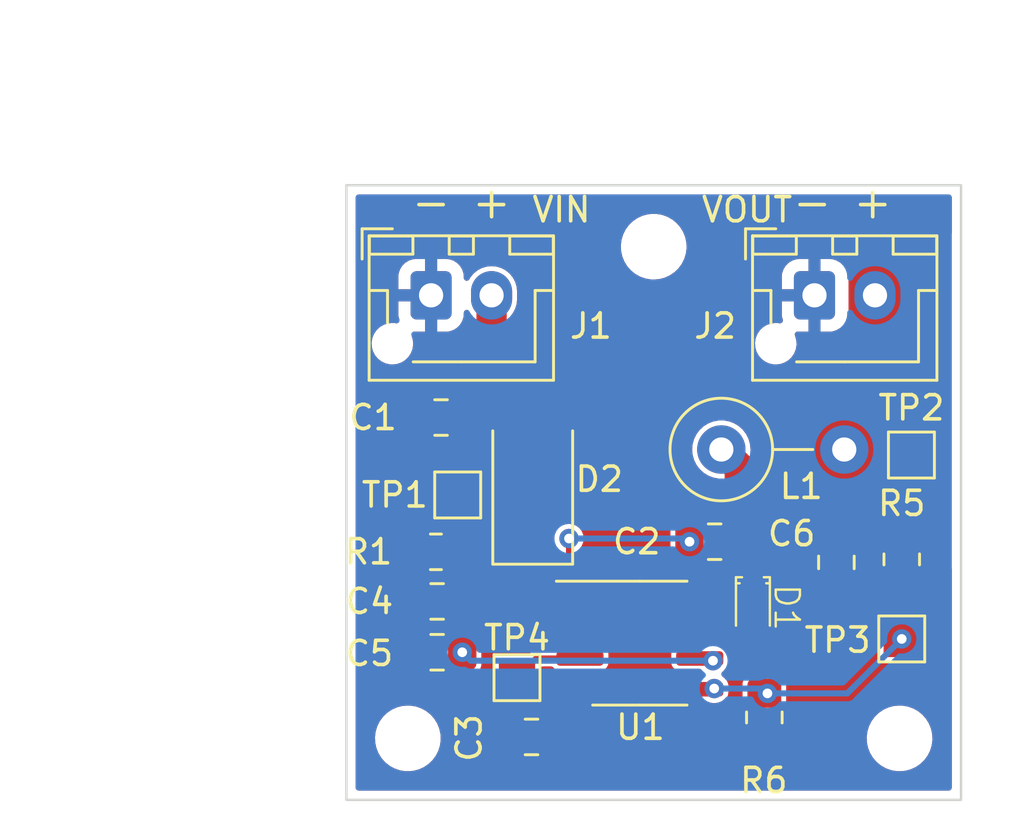
<source format=kicad_pcb>
(kicad_pcb (version 20221018) (generator pcbnew)
  (layers (0 "F.Cu" signal) (31 "B.Cu" signal) (34 "B.Paste" user) (35 "F.Paste" user) (36 "B.SilkS" user "B.Silkscreen") (37 "F.SilkS" user "F.Silkscreen") (38 "B.Mask" user) (39 "F.Mask" user) (44 "Edge.Cuts" user))
  (net 0 "")
  (net 1 "Net-(U1-BOOT)")
  (net 2 "Net-(U1-SS)")
  (net 3 "GND")
  (net 4 "VIN")
  (net 5 "VOUT")
  (net 6 "/Feedback{slash}Vsense")
  (net 7 "Net-(U1-COMP)")
  (net 8 "Net-(D2-K)")
  (net 9 "Net-(C4-Pad2)")
  (net 10 "TPS5_EN")
  (net 11 "PHPin")
  (footprint "Resistor_SMD:R_0805_2012Metric_Pad1.20x1.40mm_HandSolder" (layer "F.Cu") (at 130.7 91.35 180)
    (fp_text reference "R1" (at 2.7875 0 180) (layer "F.SilkS"))
    (fp_text value "5.23k")
    (fp_line (start -0.227064 -0.735) (end 0.227064 -0.735) (stroke (width 0.12)) (layer "F.SilkS"))
    (fp_line (start -0.227064 0.735) (end 0.227064 0.735) (stroke (width 0.12)) (layer "F.SilkS"))
    (pad "1" smd roundrect (at -1 0 180) (size 1.2 1.4) (layers "F.Cu" "F.Paste" "F.Mask") (roundrect_rratio 0.2083333333) (net 9 "Net-(C4-Pad2)"))
    (pad "2" smd roundrect (at 1 0 180) (size 1.2 1.4) (layers "F.Cu" "F.Paste" "F.Mask") (roundrect_rratio 0.2083333333) (net 3 "GND"))
  )
  (footprint "Capacitor_SMD:C_0805_2012Metric_Pad1.18x1.45mm_HandSolder" (layer "F.Cu") (at 134.65 99 180)
    (fp_text reference "C3" (at 2.5805 -0.042 90) (layer "F.SilkS"))
    (fp_text value "0.020u")
    (fp_line (start -0.261252 -0.735) (end 0.261252 -0.735) (stroke (width 0.12)) (layer "F.SilkS"))
    (fp_line (start -0.261252 0.735) (end 0.261252 0.735) (stroke (width 0.12)) (layer "F.SilkS"))
    (pad "1" smd roundrect (at -1.0375 0 180) (size 1.175 1.45) (layers "F.Cu" "F.Paste" "F.Mask") (roundrect_rratio 0.2127659574) (net 2 "Net-(U1-SS)"))
    (pad "2" smd roundrect (at 1.0375 0 180) (size 1.175 1.45) (layers "F.Cu" "F.Paste" "F.Mask") (roundrect_rratio 0.2127659574) (net 3 "GND"))
  )
  (footprint "Capacitor_SMD:C_0805_2012Metric_Pad1.18x1.45mm_HandSolder" (layer "F.Cu") (at 130.9125 85.8 180)
    (fp_text reference "C1" (at 2.8125 0 180) (layer "F.SilkS"))
    (fp_text value "10u")
    (fp_line (start -0.261252 -0.735) (end 0.261252 -0.735) (stroke (width 0.12)) (layer "F.SilkS"))
    (fp_line (start -0.261252 0.735) (end 0.261252 0.735) (stroke (width 0.12)) (layer "F.SilkS"))
    (pad "1" smd roundrect (at -1.0375 0 180) (size 1.175 1.45) (layers "F.Cu" "F.Paste" "F.Mask") (roundrect_rratio 0.2127659574) (net 4 "VIN"))
    (pad "2" smd roundrect (at 1.0375 0 180) (size 1.175 1.45) (layers "F.Cu" "F.Paste" "F.Mask") (roundrect_rratio 0.2127659574) (net 3 "GND"))
  )
  (footprint "TestPoint:TestPoint_Pad_1.5x1.5mm" (layer "F.Cu") (at 131.6 89 180)
    (fp_text reference "TP1" (at 2.6 0) (layer "F.SilkS"))
    (fp_text value "TPVin")
    (fp_line (start -0.95 -0.95) (end 0.95 -0.95) (stroke (width 0.12)) (layer "F.SilkS"))
    (fp_line (start -0.95 0.95) (end -0.95 -0.95) (stroke (width 0.12)) (layer "F.SilkS"))
    (fp_line (start 0.95 -0.95) (end 0.95 0.95) (stroke (width 0.12)) (layer "F.SilkS"))
    (fp_line (start 0.95 0.95) (end -0.95 0.95) (stroke (width 0.12)) (layer "F.SilkS"))
    (pad "1" smd rect (at 0 0 180) (size 1.5 1.5) (layers "F.Cu" "F.Mask") (net 8 "Net-(D2-K)"))
  )
  (footprint "MountingHole:MountingHole_2.2mm_M2" (layer "F.Cu") (at 139.7 78.74)
    (fp_text reference "H1" hide)
    (fp_text value "MountingHole")
    (pad "" np_thru_hole circle (at 0 0) (size 2.2 2.2) (drill 2.2) (layers "*.Cu" "*.Mask"))
  )
  (footprint "Connector_JST:JST_XH_B2B-XH-AM_1x02_P2.50mm_Vertical" (layer "F.Cu") (at 130.5 80.75)
    (fp_text reference "J1" (at 6.604 1.27) (layer "F.SilkS"))
    (fp_text value "Conn_01x02_Pin")
    (fp_line (start -2.85 -2.75) (end -2.85 -1.5) (stroke (width 0.12)) (layer "F.SilkS"))
    (fp_line (start -2.56 -2.46) (end -2.56 3.51) (stroke (width 0.12)) (layer "F.SilkS"))
    (fp_line (start -2.56 3.51) (end 5.06 3.51) (stroke (width 0.12)) (layer "F.SilkS"))
    (fp_line (start -2.55 -2.45) (end -2.55 -1.7) (stroke (width 0.12)) (layer "F.SilkS"))
    (fp_line (start -2.55 -1.7) (end -0.75 -1.7) (stroke (width 0.12)) (layer "F.SilkS"))
    (fp_line (start -2.55 -0.2) (end -1.8 -0.2) (stroke (width 0.12)) (layer "F.SilkS"))
    (fp_line (start -1.8 -0.2) (end -1.8 1.14) (stroke (width 0.12)) (layer "F.SilkS"))
    (fp_line (start -1.6 -2.75) (end -2.85 -2.75) (stroke (width 0.12)) (layer "F.SilkS"))
    (fp_line (start -0.75 -2.45) (end -2.55 -2.45) (stroke (width 0.12)) (layer "F.SilkS"))
    (fp_line (start -0.75 -1.7) (end -0.75 -2.45) (stroke (width 0.12)) (layer "F.SilkS"))
    (fp_line (start 0.75 -2.45) (end 0.75 -1.7) (stroke (width 0.12)) (layer "F.SilkS"))
    (fp_line (start 0.75 -1.7) (end 1.75 -1.7) (stroke (width 0.12)) (layer "F.SilkS"))
    (fp_line (start 1.25 2.75) (end -0.74 2.75) (stroke (width 0.12)) (layer "F.SilkS"))
    (fp_line (start 1.75 -2.45) (end 0.75 -2.45) (stroke (width 0.12)) (layer "F.SilkS"))
    (fp_line (start 1.75 -1.7) (end 1.75 -2.45) (stroke (width 0.12)) (layer "F.SilkS"))
    (fp_line (start 3.25 -2.45) (end 3.25 -1.7) (stroke (width 0.12)) (layer "F.SilkS"))
    (fp_line (start 3.25 -1.7) (end 5.05 -1.7) (stroke (width 0.12)) (layer "F.SilkS"))
    (fp_line (start 4.3 -0.2) (end 4.3 2.75) (stroke (width 0.12)) (layer "F.SilkS"))
    (fp_line (start 4.3 2.75) (end 1.25 2.75) (stroke (width 0.12)) (layer "F.SilkS"))
    (fp_line (start 5.05 -2.45) (end 3.25 -2.45) (stroke (width 0.12)) (layer "F.SilkS"))
    (fp_line (start 5.05 -1.7) (end 5.05 -2.45) (stroke (width 0.12)) (layer "F.SilkS"))
    (fp_line (start 5.05 -0.2) (end 4.3 -0.2) (stroke (width 0.12)) (layer "F.SilkS"))
    (fp_line (start 5.06 -2.46) (end -2.56 -2.46) (stroke (width 0.12)) (layer "F.SilkS"))
    (fp_line (start 5.06 3.51) (end 5.06 -2.46) (stroke (width 0.12)) (layer "F.SilkS"))
    (pad "" np_thru_hole circle (at -1.6 2) (size 1.2 1.2) (drill 1.2) (layers "*.Cu" "*.Mask"))
    (pad "1" thru_hole roundrect (at 0 0) (size 1.7 2) (drill 1) (layers "*.Cu" "*.Mask") (roundrect_rratio 0.1470588235) (net 3 "GND"))
    (pad "2" thru_hole oval (at 2.5 0) (size 1.7 2) (drill 1) (layers "*.Cu" "*.Mask") (net 4 "VIN"))
  )
  (footprint "TestPoint:TestPoint_Pad_1.5x1.5mm" (layer "F.Cu") (at 150.35 87.35)
    (fp_text reference "TP2" (at 0 -1.95) (layer "F.SilkS"))
    (fp_text value "TPVout")
    (fp_line (start -0.95 -0.95) (end 0.95 -0.95) (stroke (width 0.12)) (layer "F.SilkS"))
    (fp_line (start -0.95 0.95) (end -0.95 -0.95) (stroke (width 0.12)) (layer "F.SilkS"))
    (fp_line (start 0.95 -0.95) (end 0.95 0.95) (stroke (width 0.12)) (layer "F.SilkS"))
    (fp_line (start 0.95 0.95) (end -0.95 0.95) (stroke (width 0.12)) (layer "F.SilkS"))
    (pad "1" smd rect (at 0 0) (size 1.5 1.5) (layers "F.Cu" "F.Mask") (net 5 "VOUT"))
  )
  (footprint "MountingHole:MountingHole_2.2mm_M2" (layer "F.Cu") (at 129.54 99.06)
    (fp_text reference "H2" hide)
    (fp_text value "MountingHole")
    (pad "" np_thru_hole circle (at 0 0) (size 2.2 2.2) (drill 2.2) (layers "*.Cu" "*.Mask"))
  )
  (footprint "Capacitor_SMD:C_0805_2012Metric_Pad1.18x1.45mm_HandSolder" (layer "F.Cu") (at 147.25 91.7875 -90)
    (fp_text reference "C6" (at -1.1875 1.85 -180) (layer "F.SilkS"))
    (fp_text value "1.5u")
    (fp_line (start -0.261252 -0.735) (end 0.261252 -0.735) (stroke (width 0.12)) (layer "F.SilkS"))
    (fp_line (start -0.261252 0.735) (end 0.261252 0.735) (stroke (width 0.12)) (layer "F.SilkS"))
    (pad "1" smd roundrect (at -1.0375 0 270) (size 1.175 1.45) (layers "F.Cu" "F.Paste" "F.Mask") (roundrect_rratio 0.2127659574) (net 5 "VOUT"))
    (pad "2" smd roundrect (at 1.0375 0 270) (size 1.175 1.45) (layers "F.Cu" "F.Paste" "F.Mask") (roundrect_rratio 0.2127659574) (net 3 "GND"))
  )
  (footprint "Capacitor_SMD:C_0805_2012Metric_Pad1.18x1.45mm_HandSolder" (layer "F.Cu") (at 142.2185 90.932)
    (fp_text reference "C2" (at -3.2185 0 180) (layer "F.SilkS"))
    (fp_text value "0.1u")
    (fp_line (start -0.261252 -0.735) (end 0.261252 -0.735) (stroke (width 0.12)) (layer "F.SilkS"))
    (fp_line (start -0.261252 0.735) (end 0.261252 0.735) (stroke (width 0.12)) (layer "F.SilkS"))
    (pad "1" smd roundrect (at -1.0375 0) (size 1.175 1.45) (layers "F.Cu" "F.Paste" "F.Mask") (roundrect_rratio 0.2127659574) (net 1 "Net-(U1-BOOT)"))
    (pad "2" smd roundrect (at 1.0375 0) (size 1.175 1.45) (layers "F.Cu" "F.Paste" "F.Mask") (roundrect_rratio 0.2127659574) (net 11 "PHPin"))
  )
  (footprint "Inductor_THT:L_Axial_L9.5mm_D4.0mm_P5.08mm_Vertical_Fastron_SMCC" (layer "F.Cu") (at 142.494 87.122)
    (fp_text reference "L1" (at 3.302 1.524) (layer "F.SilkS"))
    (fp_text value "10u")
    (fp_line (start 2.12 0) (end 3.78 0) (stroke (width 0.12)) (layer "F.SilkS"))
    (fp_circle (center 0 0) (end 2.12 0) (stroke (width 0.12)) (fill none) (layer "F.SilkS"))
    (pad "1" thru_hole circle (at 0 0) (size 2 2) (drill 1) (layers "*.Cu" "*.Mask") (net 11 "PHPin"))
    (pad "2" thru_hole oval (at 5.08 0) (size 2 2) (drill 1) (layers "*.Cu" "*.Mask") (net 5 "VOUT"))
  )
  (footprint "Connector_JST:JST_XH_B2B-XH-AM_1x02_P2.50mm_Vertical" (layer "F.Cu") (at 146.344 80.75)
    (fp_text reference "J2" (at -4.104 1.27) (layer "F.SilkS"))
    (fp_text value "Conn_01x02_Pin")
    (fp_line (start -2.85 -2.75) (end -2.85 -1.5) (stroke (width 0.12)) (layer "F.SilkS"))
    (fp_line (start -2.56 -2.46) (end -2.56 3.51) (stroke (width 0.12)) (layer "F.SilkS"))
    (fp_line (start -2.56 3.51) (end 5.06 3.51) (stroke (width 0.12)) (layer "F.SilkS"))
    (fp_line (start -2.55 -2.45) (end -2.55 -1.7) (stroke (width 0.12)) (layer "F.SilkS"))
    (fp_line (start -2.55 -1.7) (end -0.75 -1.7) (stroke (width 0.12)) (layer "F.SilkS"))
    (fp_line (start -2.55 -0.2) (end -1.8 -0.2) (stroke (width 0.12)) (layer "F.SilkS"))
    (fp_line (start -1.8 -0.2) (end -1.8 1.14) (stroke (width 0.12)) (layer "F.SilkS"))
    (fp_line (start -1.6 -2.75) (end -2.85 -2.75) (stroke (width 0.12)) (layer "F.SilkS"))
    (fp_line (start -0.75 -2.45) (end -2.55 -2.45) (stroke (width 0.12)) (layer "F.SilkS"))
    (fp_line (start -0.75 -1.7) (end -0.75 -2.45) (stroke (width 0.12)) (layer "F.SilkS"))
    (fp_line (start 0.75 -2.45) (end 0.75 -1.7) (stroke (width 0.12)) (layer "F.SilkS"))
    (fp_line (start 0.75 -1.7) (end 1.75 -1.7) (stroke (width 0.12)) (layer "F.SilkS"))
    (fp_line (start 1.25 2.75) (end -0.74 2.75) (stroke (width 0.12)) (layer "F.SilkS"))
    (fp_line (start 1.75 -2.45) (end 0.75 -2.45) (stroke (width 0.12)) (layer "F.SilkS"))
    (fp_line (start 1.75 -1.7) (end 1.75 -2.45) (stroke (width 0.12)) (layer "F.SilkS"))
    (fp_line (start 3.25 -2.45) (end 3.25 -1.7) (stroke (width 0.12)) (layer "F.SilkS"))
    (fp_line (start 3.25 -1.7) (end 5.05 -1.7) (stroke (width 0.12)) (layer "F.SilkS"))
    (fp_line (start 4.3 -0.2) (end 4.3 2.75) (stroke (width 0.12)) (layer "F.SilkS"))
    (fp_line (start 4.3 2.75) (end 1.25 2.75) (stroke (width 0.12)) (layer "F.SilkS"))
    (fp_line (start 5.05 -2.45) (end 3.25 -2.45) (stroke (width 0.12)) (layer "F.SilkS"))
    (fp_line (start 5.05 -1.7) (end 5.05 -2.45) (stroke (width 0.12)) (layer "F.SilkS"))
    (fp_line (start 5.05 -0.2) (end 4.3 -0.2) (stroke (width 0.12)) (layer "F.SilkS"))
    (fp_line (start 5.06 -2.46) (end -2.56 -2.46) (stroke (width 0.12)) (layer "F.SilkS"))
    (fp_line (start 5.06 3.51) (end 5.06 -2.46) (stroke (width 0.12)) (layer "F.SilkS"))
    (pad "" np_thru_hole circle (at -1.6 2) (size 1.2 1.2) (drill 1.2) (layers "*.Cu" "*.Mask"))
    (pad "1" thru_hole roundrect (at 0 0) (size 1.7 2) (drill 1) (layers "*.Cu" "*.Mask") (roundrect_rratio 0.1470588235) (net 3 "GND"))
    (pad "2" thru_hole oval (at 2.5 0) (size 1.7 2) (drill 1) (layers "*.Cu" "*.Mask") (net 5 "VOUT"))
  )
  (footprint "ToshibaUS2H:US2H" (layer "F.Cu") (at 143.8 93.65 -90)
    (fp_text reference "D1" (at 0 -1.4 -90 unlocked) (layer "F.SilkS") (effects (font (thickness 0.1))))
    (fp_text value "D_Schottky")
    (fp_line (start -1.25 -0.7) (end -1.25 -0.45) (stroke (width 0.1)) (layer "F.SilkS"))
    (fp_line (start -1.25 0.7) (end -1.25 0.45) (stroke (width 0.1)) (layer "F.SilkS"))
    (fp_line (start -1 -0.55) (end -1 -0.7) (stroke (width 0.1)) (layer "F.SilkS"))
    (fp_line (start -1 0.55) (end -1 0.7) (stroke (width 0.1)) (layer "F.SilkS"))
    (fp_line (start 0.75 -0.7) (end -1.25 -0.7) (stroke (width 0.1)) (layer "F.SilkS"))
    (fp_line (start 0.75 0.7) (end -1.25 0.7) (stroke (width 0.1)) (layer "F.SilkS"))
    (pad "1" smd rect (at -0.75 0) (size 0.8 1.5) (layers "F.Cu" "F.Paste" "F.Mask") (net 11 "PHPin"))
    (pad "2" smd rect (at 0.8 0) (size 0.8 0.4) (layers "F.Cu" "F.Paste" "F.Mask") (net 3 "GND"))
  )
  (footprint "Capacitor_SMD:C_0805_2012Metric_Pad1.18x1.45mm_HandSolder" (layer "F.Cu") (at 130.75 95.5 180)
    (fp_text reference "C5" (at 2.8 -0.05 180) (layer "F.SilkS"))
    (fp_text value "240p")
    (fp_line (start -0.261252 -0.735) (end 0.261252 -0.735) (stroke (width 0.12)) (layer "F.SilkS"))
    (fp_line (start -0.261252 0.735) (end 0.261252 0.735) (stroke (width 0.12)) (layer "F.SilkS"))
    (pad "1" smd roundrect (at -1.0375 0 180) (size 1.175 1.45) (layers "F.Cu" "F.Paste" "F.Mask") (roundrect_rratio 0.2127659574) (net 7 "Net-(U1-COMP)"))
    (pad "2" smd roundrect (at 1.0375 0 180) (size 1.175 1.45) (layers "F.Cu" "F.Paste" "F.Mask") (roundrect_rratio 0.2127659574) (net 3 "GND"))
  )
  (footprint "Resistor_SMD:R_0805_2012Metric" (layer "F.Cu") (at 149.95 91.6625 -90)
    (fp_text reference "R5" (at -2.3125 0 -180) (layer "F.SilkS"))
    (fp_text value "10k")
    (fp_line (start -0.227064 -0.735) (end 0.227064 -0.735) (stroke (width 0.12)) (layer "F.SilkS"))
    (fp_line (start -0.227064 0.735) (end 0.227064 0.735) (stroke (width 0.12)) (layer "F.SilkS"))
    (pad "1" smd roundrect (at -0.9125 0 270) (size 1.025 1.4) (layers "F.Cu" "F.Paste" "F.Mask") (roundrect_rratio 0.243902439) (net 5 "VOUT"))
    (pad "2" smd roundrect (at 0.9125 0 270) (size 1.025 1.4) (layers "F.Cu" "F.Paste" "F.Mask") (roundrect_rratio 0.243902439) (net 6 "/Feedback{slash}Vsense"))
  )
  (footprint "TestPoint:TestPoint_Pad_1.5x1.5mm" (layer "F.Cu") (at 149.95 94.95)
    (fp_text reference "TP3" (at -2.65 0.05) (layer "F.SilkS"))
    (fp_text value "TPVsense")
    (fp_line (start -0.95 -0.95) (end 0.95 -0.95) (stroke (width 0.12)) (layer "F.SilkS"))
    (fp_line (start -0.95 0.95) (end -0.95 -0.95) (stroke (width 0.12)) (layer "F.SilkS"))
    (fp_line (start 0.95 -0.95) (end 0.95 0.95) (stroke (width 0.12)) (layer "F.SilkS"))
    (fp_line (start 0.95 0.95) (end -0.95 0.95) (stroke (width 0.12)) (layer "F.SilkS"))
    (pad "1" smd rect (at 0 0) (size 1.5 1.5) (layers "F.Cu" "F.Mask") (net 6 "/Feedback{slash}Vsense"))
  )
  (footprint "MountingHole:MountingHole_2.2mm_M2" (layer "F.Cu") (at 149.86 99.06)
    (fp_text reference "H3" hide)
    (fp_text value "MountingHole")
    (pad "" np_thru_hole circle (at 0 0) (size 2.2 2.2) (drill 2.2) (layers "*.Cu" "*.Mask"))
  )
  (footprint "Capacitor_SMD:C_0805_2012Metric_Pad1.18x1.45mm_HandSolder" (layer "F.Cu") (at 130.75 93.4 180)
    (fp_text reference "C4" (at 2.8 0 180) (layer "F.SilkS"))
    (fp_text value "820p")
    (fp_line (start -0.261252 -0.735) (end 0.261252 -0.735) (stroke (width 0.12)) (layer "F.SilkS"))
    (fp_line (start -0.261252 0.735) (end 0.261252 0.735) (stroke (width 0.12)) (layer "F.SilkS"))
    (pad "1" smd roundrect (at -1.0375 0 180) (size 1.175 1.45) (layers "F.Cu" "F.Paste" "F.Mask") (roundrect_rratio 0.2127659574) (net 7 "Net-(U1-COMP)"))
    (pad "2" smd roundrect (at 1.0375 0 180) (size 1.175 1.45) (layers "F.Cu" "F.Paste" "F.Mask") (roundrect_rratio 0.2127659574) (net 9 "Net-(C4-Pad2)"))
  )
  (footprint "Package_SO:SOIC-8_3.9x4.9mm_P1.27mm" (layer "F.Cu") (at 139.127 95.123)
    (fp_text reference "U1" (at 0.023 3.477) (layer "F.SilkS"))
    (fp_text value "TPS54233")
    (fp_line (start 0 -2.56) (end -3.45 -2.56) (stroke (width 0.12)) (layer "F.SilkS"))
    (fp_line (start 0 -2.56) (end 1.95 -2.56) (stroke (width 0.12)) (layer "F.SilkS"))
    (fp_line (start 0 2.56) (end -1.95 2.56) (stroke (width 0.12)) (layer "F.SilkS"))
    (fp_line (start 0 2.56) (end 1.95 2.56) (stroke (width 0.12)) (layer "F.SilkS"))
    (pad "1" smd roundrect (at -2.475 -1.905) (size 1.95 0.6) (layers "F.Cu" "F.Paste" "F.Mask") (net 1 "Net-(U1-BOOT)"))
    (pad "2" smd roundrect (at -2.475 -0.635) (size 1.95 0.6) (layers "F.Cu" "F.Paste" "F.Mask") (net 8 "Net-(D2-K)"))
    (pad "3" smd roundrect (at -2.475 0.635) (size 1.95 0.6) (layers "F.Cu" "F.Paste" "F.Mask") (net 10 "TPS5_EN"))
    (pad "4" smd roundrect (at -2.475 1.905) (size 1.95 0.6) (layers "F.Cu" "F.Paste" "F.Mask") (net 2 "Net-(U1-SS)"))
    (pad "5" smd roundrect (at 2.475 1.905) (size 1.95 0.6) (layers "F.Cu" "F.Paste" "F.Mask") (net 6 "/Feedback{slash}Vsense"))
    (pad "6" smd roundrect (at 2.475 0.635) (size 1.95 0.6) (layers "F.Cu" "F.Paste" "F.Mask") (net 7 "Net-(U1-COMP)"))
    (pad "7" smd roundrect (at 2.475 -0.635) (size 1.95 0.6) (layers "F.Cu" "F.Paste" "F.Mask") (net 3 "GND"))
    (pad "8" smd roundrect (at 2.475 -1.905) (size 1.95 0.6) (layers "F.Cu" "F.Paste" "F.Mask") (net 11 "PHPin"))
  )
  (footprint "Resistor_SMD:R_0805_2012Metric_Pad1.20x1.40mm_HandSolder" (layer "F.Cu") (at 144.272 98.1945 -90)
    (fp_text reference "R6" (at 2.6055 0.022) (layer "F.SilkS"))
    (fp_text value "1.91k")
    (fp_line (start -0.227064 -0.735) (end 0.227064 -0.735) (stroke (width 0.12)) (layer "F.SilkS"))
    (fp_line (start -0.227064 0.735) (end 0.227064 0.735) (stroke (width 0.12)) (layer "F.SilkS"))
    (pad "1" smd roundrect (at -1 0 270) (size 1.2 1.4) (layers "F.Cu" "F.Paste" "F.Mask") (roundrect_rratio 0.2083333333) (net 6 "/Feedback{slash}Vsense"))
    (pad "2" smd roundrect (at 1 0 270) (size 1.2 1.4) (layers "F.Cu" "F.Paste" "F.Mask") (roundrect_rratio 0.2083333333) (net 3 "GND"))
  )
  (footprint "Diode_SMD:D_SMA" (layer "F.Cu") (at 134.7 88.35 90)
    (fp_text reference "D2" (at 0 2.75 180) (layer "F.SilkS"))
    (fp_text value "D")
    (fp_line (start -3.51 -1.65) (end -3.51 1.65) (stroke (width 0.12)) (layer "F.SilkS"))
    (fp_line (start -3.51 -1.65) (end 2 -1.65) (stroke (width 0.12)) (layer "F.SilkS"))
    (fp_line (start -3.51 1.65) (end 2 1.65) (stroke (width 0.12)) (layer "F.SilkS"))
    (pad "1" smd roundrect (at -2 0 90) (size 2.5 1.8) (layers "F.Cu" "F.Paste" "F.Mask") (roundrect_rratio 0.1388888889) (net 8 "Net-(D2-K)"))
    (pad "2" smd roundrect (at 2 0 90) (size 2.5 1.8) (layers "F.Cu" "F.Paste" "F.Mask") (roundrect_rratio 0.1388888889) (net 4 "VIN"))
  )
  (footprint "TestPoint:TestPoint_Pad_1.5x1.5mm" (layer "F.Cu") (at 134.05 96.55)
    (fp_text reference "TP4" (at 0 -1.648) (layer "F.SilkS"))
    (fp_text value "TPEN")
    (fp_line (start -0.95 -0.95) (end 0.95 -0.95) (stroke (width 0.12)) (layer "F.SilkS"))
    (fp_line (start -0.95 0.95) (end -0.95 -0.95) (stroke (width 0.12)) (layer "F.SilkS"))
    (fp_line (start 0.95 -0.95) (end 0.95 0.95) (stroke (width 0.12)) (layer "F.SilkS"))
    (fp_line (start 0.95 0.95) (end -0.95 0.95) (stroke (width 0.12)) (layer "F.SilkS"))
    (pad "1" smd rect (at 0 0) (size 1.5 1.5) (layers "F.Cu" "F.Mask") (net 10 "TPS5_EN"))
  )
  (gr_line (start 130 77) (end 131 77) (stroke (width 0.15)) (layer "F.SilkS"))
  (gr_line (start 132.5 77) (end 133.5 77) (stroke (width 0.15)) (layer "F.SilkS"))
  (gr_line (start 133 76.5) (end 133 77.5) (stroke (width 0.15)) (layer "F.SilkS"))
  (gr_line (start 148.25 77) (end 149.25 77) (stroke (width 0.15)) (layer "F.SilkS"))
  (gr_line (start 148.75 76.5) (end 148.75 77.5) (stroke (width 0.15)) (layer "F.SilkS"))
  (gr_line (start 145.75 77) (end 146.75 77) (stroke (width 0.15)) (layer "F.SilkS"))
  (gr_rect (start 127 76.2) (end 152.4 101.6) (stroke (width 0.1)) (fill none) (layer "Edge.Cuts"))
  (gr_text "VOUT" (at 141.6 77.8) (layer "F.SilkS") (effects (font (size 1 1)) (justify left bottom)))
  (gr_text "VIN" (at 134.6 77.8) (layer "F.SilkS") (effects (font (size 1 1)) (justify left bottom)))
  (segment (start 136.652 93.218) (end 136.2 92.766) (width 0.25) (layer "F.Cu") (net 1))
  (segment (start 136.2 92.766) (end 136.2 90.8) (width 0.25) (layer "F.Cu") (net 1))
  (via (at 136.2 90.8) (size 0.8) (drill 0.4) (layers "F.Cu" "B.Cu") (net 1))
  (via (at 141.181 90.932) (size 0.8) (drill 0.4) (layers "F.Cu" "B.Cu") (net 1))
  (segment (start 141.049 90.8) (end 141.181 90.932) (width 0.25) (layer "B.Cu") (net 1))
  (segment (start 136.2 90.8) (end 141.049 90.8) (width 0.25) (layer "B.Cu") (net 1))
  (segment (start 136.652 97.028) (end 136.652 98.0355) (width 0.25) (layer "F.Cu") (net 2))
  (segment (start 136.652 98.0355) (end 135.6875 99) (width 0.25) (layer "F.Cu") (net 2))
  (segment (start 141.602 94.488) (end 143.762 94.488) (width 0.75) (layer "F.Cu") (net 3))
  (segment (start 143.762 94.488) (end 143.8 94.45) (width 0.75) (layer "F.Cu") (net 3))
  (segment (start 141.602 94.488) (end 139.488 94.488) (width 0.75) (layer "F.Cu") (net 3))
  (segment (start 131.95 85.8) (end 131.95 85.7) (width 1.25) (layer "F.Cu") (net 4))
  (segment (start 131.95 85.7) (end 133 84.65) (width 1.25) (layer "F.Cu") (net 4))
  (segment (start 134.15 85.8) (end 134.7 86.35) (width 1.25) (layer "F.Cu") (net 4))
  (segment (start 133 80.75) (end 133 84.65) (width 1.25) (layer "F.Cu") (net 4))
  (segment (start 133 84.65) (end 134.7 86.35) (width 1.25) (layer "F.Cu") (net 4))
  (segment (start 131.95 85.8) (end 134.15 85.8) (width 1.25) (layer "F.Cu") (net 4))
  (segment (start 144.3945 97.1945) (end 144.4 97.2) (width 0.25) (layer "F.Cu") (net 6))
  (segment (start 149.95 94.95) (end 149.95 92.575) (width 0.25) (layer "F.Cu") (net 6))
  (segment (start 141.602 97.028) (end 142.172 97.028) (width 0.25) (layer "F.Cu") (net 6))
  (segment (start 142.172 97.028) (end 142.2 97) (width 0.25) (layer "F.Cu") (net 6))
  (segment (start 144.272 97.1945) (end 144.3945 97.1945) (width 0.25) (layer "F.Cu") (net 6))
  (via (at 142.2 97) (size 0.8) (drill 0.4) (layers "F.Cu" "B.Cu") (net 6))
  (via (at 144.4 97.2) (size 0.8) (drill 0.4) (layers "F.Cu" "B.Cu") (net 6))
  (via (at 149.95 94.95) (size 0.8) (drill 0.4) (layers "F.Cu" "B.Cu") (net 6))
  (segment (start 144.4 97.2) (end 147.7 97.2) (width 0.25) (layer "B.Cu") (net 6))
  (segment (start 144.2 97) (end 144.4 97.2) (width 0.25) (layer "B.Cu") (net 6))
  (segment (start 147.7 97.2) (end 149.95 94.95) (width 0.25) (layer "B.Cu") (net 6))
  (segment (start 142.2 97) (end 144.2 97) (width 0.25) (layer "B.Cu") (net 6))
  (segment (start 142.058 95.758) (end 142.15 95.85) (width 0.25) (layer "F.Cu") (net 7))
  (segment (start 141.602 95.758) (end 142.058 95.758) (width 0.25) (layer "F.Cu") (net 7))
  (segment (start 131.7875 93.4) (end 131.7875 95.5) (width 0.25) (layer "F.Cu") (net 7))
  (via (at 131.7875 95.5) (size 0.8) (drill 0.4) (layers "F.Cu" "B.Cu") (net 7))
  (via (at 142.15 95.85) (size 0.8) (drill 0.4) (layers "F.Cu" "B.Cu") (net 7))
  (segment (start 132.1375 95.85) (end 131.7875 95.5) (width 0.25) (layer "B.Cu") (net 7))
  (segment (start 142.15 95.85) (end 132.1375 95.85) (width 0.25) (layer "B.Cu") (net 7))
  (segment (start 131.6 89) (end 133.35 89) (width 1.25) (layer "F.Cu") (net 8))
  (segment (start 133.35 89) (end 134.7 90.35) (width 1.25) (layer "F.Cu") (net 8))
  (segment (start 134.7 93.619858) (end 134.7 90.35) (width 1.25) (layer "F.Cu") (net 8))
  (segment (start 135.568142 94.488) (end 134.7 93.619858) (width 1.25) (layer "F.Cu") (net 8))
  (segment (start 136.652 94.488) (end 135.568142 94.488) (width 1.25) (layer "F.Cu") (net 8))
  (segment (start 129.7125 93.3375) (end 131.7 91.35) (width 0.25) (layer "F.Cu") (net 9))
  (segment (start 129.7125 93.4) (end 129.7125 93.3375) (width 0.25) (layer "F.Cu") (net 9))
  (segment (start 136.652 95.758) (end 134.842 95.758) (width 0.25) (layer "F.Cu") (net 10))
  (segment (start 134.842 95.758) (end 134.05 96.55) (width 0.25) (layer "F.Cu") (net 10))
  (segment (start 143.482 93.218) (end 143.8 92.9) (width 1.25) (layer "F.Cu") (net 11))
  (segment (start 143.8 92.9) (end 143.21 92.31) (width 1.25) (layer "F.Cu") (net 11))
  (segment (start 143.8 92.9) (end 143.8 92.108) (width 1.25) (layer "F.Cu") (net 11))
  (segment (start 143.256 91.564) (end 142.51 92.31) (width 1.25) (layer "F.Cu") (net 11))
  (segment (start 143.256 90.932) (end 143.256 87.884) (width 1.25) (layer "F.Cu") (net 11))
  (segment (start 142.51 92.31) (end 141.602 93.218) (width 1.25) (layer "F.Cu") (net 11))
  (segment (start 143.256 90.932) (end 143.256 91.564) (width 1.25) (layer "F.Cu") (net 11))
  (segment (start 141.602 93.218) (end 143.482 93.218) (width 1.25) (layer "F.Cu") (net 11))
  (segment (start 143.256 87.884) (end 142.494 87.122) (width 1.25) (layer "F.Cu") (net 11))
  (segment (start 143.8 92.108) (end 143.256 91.564) (width 1.25) (layer "F.Cu") (net 11))
  (segment (start 143.21 92.31) (end 142.51 92.31) (width 1.25) (layer "F.Cu") (net 11))
  (zone (net 5) (net_name "VOUT") (layer "F.Cu") (priority 1) (connect_pads yes (clearance 0.1524)) (min_thickness 0.1524) (fill yes (thermal_gap 0) (thermal_bridge_width 0.5) (island_removal_mode 1) (island_area_min 9.999999))
    (polygon (pts (xy 147.75 78.5) (xy 147.75 85.75) (xy 146.25 85.75) (xy 146.25 91.75) (xy 152 91.75) (xy 152 78.5)))
  )
  (zone (net 3) (net_name "GND") (layers "F&B.Cu") (connect_pads (clearance 0.1524)) (min_thickness 0.25) (fill yes (thermal_gap 0.5) (thermal_bridge_width 0.5))
    (polygon (pts (xy 127 76.2) (xy 127 101.6) (xy 152.4 101.6) (xy 152.4 76.2)))
  )
)
</source>
